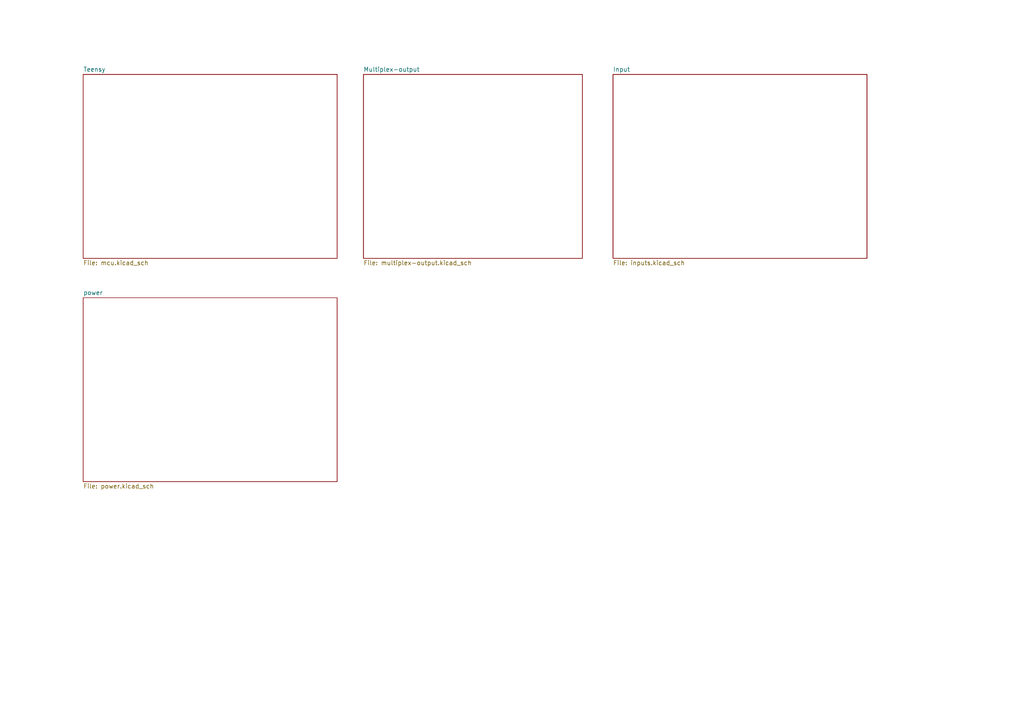
<source format=kicad_sch>
(kicad_sch (version 20211123) (generator eeschema)
  (paper "A4")
  (lib_symbols)
  (sheet (at 24.13 86.36) (size 73.66 53.34) (stroke (width 0.1524))
    (property "Sheet name" "power" (at 24.13 85.6484 0) (effects (justify left bottom)))
    (property "Sheet file" "power.kicad_sch" (at 24.13 140.2846 0) (effects (justify left top)))
  )
  (sheet (at 24.13 21.59) (size 73.66 53.34) (stroke (width 0.1524))
    (property "Sheet name" "Teensy" (at 24.13 20.8784 0) (effects (justify left bottom)))
    (property "Sheet file" "mcu.kicad_sch" (at 24.13 75.5146 0) (effects (justify left top)))
  )
  (sheet (at 177.8 21.59) (size 73.66 53.34) (stroke (width 0.1524))
    (property "Sheet name" "Input" (at 177.8 20.8784 0) (effects (justify left bottom)))
    (property "Sheet file" "inputs.kicad_sch" (at 177.8 75.5146 0) (effects (justify left top)))
  )
  (sheet (at 105.41 21.59) (size 63.5 53.34) (stroke (width 0.1524))
    (property "Sheet name" "Multiplex-output" (at 105.41 20.8784 0) (effects (justify left bottom)))
    (property "Sheet file" "multiplex-output.kicad_sch" (at 105.41 75.5146 0) (effects (justify left top)))
  )
)
</source>
